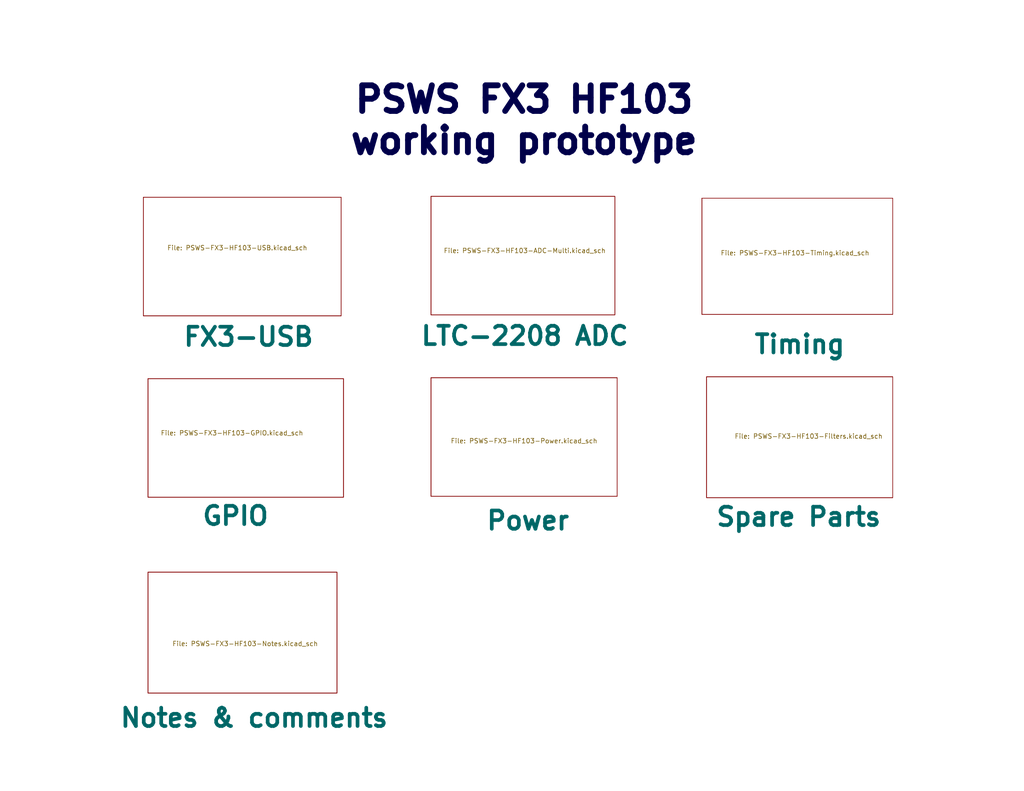
<source format=kicad_sch>
(kicad_sch
	(version 20231120)
	(generator "eeschema")
	(generator_version "8.0")
	(uuid "762aef0a-d6ed-4651-8b7c-2ddb5c2c230b")
	(paper "A")
	(title_block
		(title "PSWS-HF103-proto")
		(date "2025-06-23")
		(rev "0.1.0")
		(company "Dave Witten, KD0EAG")
		(comment 2 "[ A Minimalist Rework of HF-103 designed by Oskar Stella, ik1xpv ]")
		(comment 3 "Infineon/Cypress  FX3 DevKit and LTC2208 Demo modules")
		(comment 4 "A development straw-man based on the")
	)
	(lib_symbols)
	(text "PSWS FX3 HF103\nworking prototype"
		(exclude_from_sim no)
		(at 143.002 33.02 0)
		(effects
			(font
				(size 7 7)
				(thickness 1.6)
				(bold yes)
				(color 0 0 72 1)
			)
		)
		(uuid "5b6df05e-9857-4351-8406-cec5da3813a5")
	)
	(sheet
		(at 192.786 102.87)
		(size 50.8 33.02)
		(stroke
			(width 0.1524)
			(type solid)
		)
		(fill
			(color 0 0 0 0.0000)
		)
		(uuid "01482097-4e34-431f-952c-34d4f1408c9a")
		(property "Sheetname" "Spare Parts"
			(at 217.932 144.018 0)
			(effects
				(font
					(size 5 5)
					(bold yes)
				)
				(justify bottom)
			)
		)
		(property "Sheetfile" "PSWS-FX3-HF103-Filters.kicad_sch"
			(at 200.406 118.364 0)
			(effects
				(font
					(size 1.27 1.27)
				)
				(justify left top)
			)
		)
		(instances
			(project "PSWS-FX3-HF103"
				(path "/762aef0a-d6ed-4651-8b7c-2ddb5c2c230b"
					(page "10")
				)
			)
		)
	)
	(sheet
		(at 40.386 103.378)
		(size 53.34 32.385)
		(stroke
			(width 0.1524)
			(type solid)
		)
		(fill
			(color 0 0 0 0.0000)
		)
		(uuid "3ceec33c-ed40-46f3-8970-adc4727ef609")
		(property "Sheetname" "GPIO"
			(at 64.262 143.764 0)
			(effects
				(font
					(size 5 5)
					(bold yes)
				)
				(justify bottom)
			)
		)
		(property "Sheetfile" "PSWS-FX3-HF103-GPIO.kicad_sch"
			(at 43.815 117.475 0)
			(effects
				(font
					(size 1.27 1.27)
				)
				(justify left top)
			)
		)
		(instances
			(project "PSWS-FX3-HF103"
				(path "/762aef0a-d6ed-4651-8b7c-2ddb5c2c230b"
					(page "7")
				)
			)
		)
	)
	(sheet
		(at 40.386 156.21)
		(size 51.562 33.02)
		(stroke
			(width 0.1524)
			(type solid)
		)
		(fill
			(color 0 0 0 0.0000)
		)
		(uuid "3fe82bc5-fabd-444d-adb6-3aeaf81010b9")
		(property "Sheetname" "Notes & comments"
			(at 69.342 198.882 0)
			(effects
				(font
					(size 5 5)
					(bold yes)
				)
				(justify bottom)
			)
		)
		(property "Sheetfile" "PSWS-FX3-HF103-Notes.kicad_sch"
			(at 46.99 175.006 0)
			(effects
				(font
					(size 1.27 1.27)
				)
				(justify left top)
			)
		)
		(instances
			(project "PSWS-FX3-HF103"
				(path "/762aef0a-d6ed-4651-8b7c-2ddb5c2c230b"
					(page "9")
				)
			)
		)
	)
	(sheet
		(at 191.516 54.102)
		(size 52.07 31.75)
		(stroke
			(width 0.1524)
			(type solid)
		)
		(fill
			(color 0 0 0 0.0000)
		)
		(uuid "45a316d2-e363-4bbc-b8e3-187e82d87c40")
		(property "Sheetname" "Timing"
			(at 218.186 93.98 0)
			(effects
				(font
					(size 5 5)
					(thickness 1)
					(bold yes)
				)
			)
		)
		(property "Sheetfile" "PSWS-FX3-HF103-Timing.kicad_sch"
			(at 196.596 68.326 0)
			(effects
				(font
					(size 1.27 1.27)
				)
				(justify left top)
			)
		)
		(instances
			(project "PSWS-FX3-HF103"
				(path "/762aef0a-d6ed-4651-8b7c-2ddb5c2c230b"
					(page "4")
				)
			)
		)
	)
	(sheet
		(at 39.116 53.848)
		(size 53.975 32.385)
		(stroke
			(width 0.1524)
			(type solid)
		)
		(fill
			(color 0 0 0 0.0000)
		)
		(uuid "46af3ed1-a429-4b49-8bed-1eb85b11428e")
		(property "Sheetname" "FX3-USB"
			(at 49.657 94.869 0)
			(effects
				(font
					(size 5 5)
					(bold yes)
				)
				(justify left bottom)
			)
		)
		(property "Sheetfile" "PSWS-FX3-HF103-USB.kicad_sch"
			(at 45.593 66.929 0)
			(effects
				(font
					(size 1.27 1.27)
				)
				(justify left top)
			)
		)
		(instances
			(project "PSWS-FX3-HF103"
				(path "/762aef0a-d6ed-4651-8b7c-2ddb5c2c230b"
					(page "2")
				)
			)
		)
	)
	(sheet
		(at 117.602 53.594)
		(size 50.165 32.385)
		(stroke
			(width 0.1524)
			(type solid)
		)
		(fill
			(color 0 0 0 0.0000)
		)
		(uuid "93a69905-dc73-446d-812a-de5f5715e64a")
		(property "Sheetname" "LTC-2208 ADC"
			(at 114.427 94.615 0)
			(effects
				(font
					(size 5 5)
					(bold yes)
				)
				(justify left bottom)
			)
		)
		(property "Sheetfile" "PSWS-FX3-HF103-ADC-Multi.kicad_sch"
			(at 121.031 67.691 0)
			(effects
				(font
					(size 1.27 1.27)
				)
				(justify left top)
			)
		)
		(instances
			(project "PSWS-FX3-HF103"
				(path "/762aef0a-d6ed-4651-8b7c-2ddb5c2c230b"
					(page "5")
				)
			)
		)
	)
	(sheet
		(at 117.602 103.124)
		(size 50.8 32.385)
		(stroke
			(width 0.1524)
			(type solid)
		)
		(fill
			(color 0 0 0 0.0000)
		)
		(uuid "d7acaed2-a28c-482a-a667-bcbdb462effb")
		(property "Sheetname" "Power"
			(at 132.334 145.034 0)
			(effects
				(font
					(size 5 5)
					(bold yes)
				)
				(justify left bottom)
			)
		)
		(property "Sheetfile" "PSWS-FX3-HF103-Power.kicad_sch"
			(at 122.936 119.634 0)
			(effects
				(font
					(size 1.27 1.27)
				)
				(justify left top)
			)
		)
		(instances
			(project "PSWS-FX3-HF103"
				(path "/762aef0a-d6ed-4651-8b7c-2ddb5c2c230b"
					(page "8")
				)
			)
		)
	)
	(sheet_instances
		(path "/"
			(page "1")
		)
	)
)

</source>
